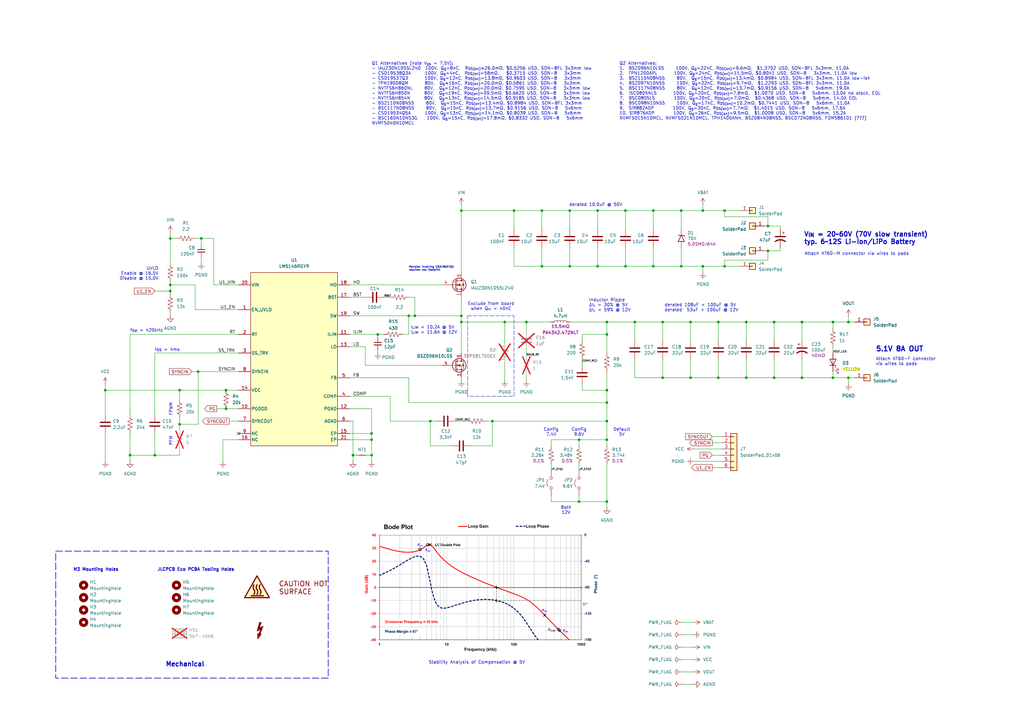
<source format=kicad_sch>
(kicad_sch (version 20250114) (generator "eeschema") (generator_version "9.0")
  (paper "A3")
  (title_block (title "Super Step Down P3A2") (date "2025-10-04") (rev "B") (company "UBCO Aerospace Club [Julian Joaquin]") (comment 1 "An independent prototype design for the Super Step Down V3"))
  (rectangle (start 22.86 226.06) (end 134.62 278.13) (stroke (width 0.254) (type dash)))
  (rectangle (start 191.77 129.54) (end 210.82 162.56) (stroke (width 0) (type dash)))
  (text "PFM" (at 70.104 180.848 90) (effects (font (size 1.27 1.27))))
  (text "V_{IN} = 20~60V (70V slow transient)\ntyp. 6~12S Li-Ion/LiPo Battery" (at 329.692 97.79 0) (effects (font (size 1.905 1.905) (thickness 0.381) (bold yes)) (justify left)))
  (text "Attach XT60-F connector\nvia wires to pads" (at 359.156 148.336 0) (effects (font (size 1.27 1.27)) (justify left)))
  (text "Default\n5V" (at 255.016 177.292 0) (effects (font (size 1.27 1.27))))
  (text "Revision involving CSD19537Q3\nrequires new footprint" (at 167.64 110.236 0) (effects (font (size 0.762 0.762)) (justify left)))
  (text "M3 Mounting Holes" (at 29.972 233.68 0) (effects (font (size 1.27 1.27) (thickness 0.254) (bold yes)) (justify left)))
  (text "I_{LIM} = 10.2A @ 5V\nI_{LIM} = 11.6A @ 12V" (at 168.402 135.382 0) (effects (font (size 1.27 1.27)) (justify left)))
  (text "Attach XT60-M connector via wires to pads" (at 329.946 104.14 0) (effects (font (size 1.27 1.27)) (justify left)))
  (text "Both\n12V" (at 232.156 209.296 0) (effects (font (size 1.27 1.27))))
  (text "Inductor Ripple\nΔI_{L} = 30% @ 5V\nΔI_{L} = 59% @ 12V" (at 241.554 125.222 0) (effects (font (size 1.27 1.27)) (justify left)))
  (text "CAUTION HOT\nSURFACE" (at 114.3 241.3 0) (effects (font (size 2.032 2.032) (thickness 0.254) (bold yes)) (justify left)))
  (text "derated 10.0uF @ 50V" (at 233.426 84.074 0) (effects (font (size 1.27 1.27) (thickness 0.1588)) (justify left)))
  (text "f_{SW} = 420kHz" (at 53.34 135.636 0) (effects (font (size 1.27 1.27)) (justify left)))
  (text "FPWM" (at 70.104 167.894 90) (effects (font (size 1.27 1.27))))
  (text "UVLO\nEnable @ 16.5V\nDisable @ 15.0V" (at 65.024 112.268 0) (effects (font (size 1.27 1.27)) (justify right)))
  (text "Exclude from board\nwhen Q_{rr} < 40nC" (at 201.422 125.73 0) (effects (font (size 1.27 1.27))))
  (text "Q2 Alternatives:\n1.  BSZ096N10LS5     100V, Q_{g}=22nC, R_{DS(on)}=9.6mΩ,  $1.3702 USD, SON-8FL 3x3mm, 11.0A\n2.  TPN1200APL       100V, Q_{g}=24nC, R_{DS(on)}=11.5mΩ, $0.8041 USD, SON-8   3x3mm, 11.0A low\n3.  BSZ110N08NS5     80V,  Q_{g}=15nC, R_{DS(on)}=13.4mΩ, $0.8984 USD, SON-8FL 3x3mm, 11.0A low-ish\n4.  BSZ097N10NS5     100V, Q_{g}=22nC, R_{DS(on)}=9.7mΩ,  $1.2293 USD, SON-8FL 3x3mm, 11.0A\n5.  BSC117N08NS5     80V,  Q_{g}=12nC, R_{DS(on)}=13.7mΩ, $0.9156 USD, SON-8   5x6mm, 19.0A\n6.  ISC0805NLS       100V, Q_{g}=20nC, R_{DS(on)}=7.8mΩ,  $1.0070 USD, SON-8   5x6mm, 13.0A no stock, EOL\n7.  BSC0805LS        100V, Q_{g}=20nC, R_{DS(on)}=7.0mΩ,  $0.4368 USD, SON-8   5x6mm, 14.0A EOL\n8.  BSC098N10NS5     100V, Q_{g}=17nC, R_{DS(on)}=10.2mΩ, $0.7441 USD, SON-8   5x6mm, 11.0A\n9.  SiR882ADP        100V, Q_{g}=30nC, R_{DS(on)}=7.7mΩ,  $1.4015 USD, SON-8   5x6mm, 17.6A\n10. SiR876ADP        100V, Q_{g}=26nC, R_{DS(on)}=9.5mΩ,  $1.0008 USD, SON-8   5x6mm, 15.2A\nNVMFS015N10MCL, NVMFS021N10MCL, TPH1400ANH, BSZ084N08NS5, BSC072N08NS5, FDMS86101 (???)" (at 254 25.4 0) (effects (font (size 1.27 1.27)) (justify left top)))
  (text "5.1V 8A OUT" (at 359.156 143.256 0) (effects (font (size 2.032 2.032) (thickness 0.4064) (bold yes)) (justify left)))
  (text "Config\n7.4V" (at 226.06 177.292 0) (effects (font (size 1.27 1.27))))
  (text "Config\n9.6V" (at 237.49 177.292 0) (effects (font (size 1.27 1.27))))
  (text "JLCPCB Eco PCBA Tooling Holes" (at 64.516 233.68 0) (effects (font (size 1.27 1.27) (thickness 0.254) (bold yes)) (justify left)))
  (text "Stability Analysis of Compensation @ 5V" (at 195.58 271.78 0) (effects (font (size 1.27 1.27))))
  (text "derated 108uF + 100uF @ 5V\nderated  53uF + 100uF @ 12V\n" (at 272.542 126.238 0) (effects (font (size 1.27 1.27)) (justify left)))
  (text "t_{SS} = 4ms" (at 63.5 143.51 0) (effects (font (size 1.27 1.27)) (justify left)))
  (text "Mechanical" (at 75.946 272.542 0) (effects (font (size 1.8796 1.8796) (thickness 0.3759) (bold yes))))
  (text "Q1 Alternatives (note V_{gs} = 7.5V):\n- IAUZ30N10S5L240  100V, Q_{g}=8nC,  R_{DS(on)}≈26.0mΩ, $0.5256 USD, SON-8FL 3x3mm low\n- CSD19538Q3A      100V, Q_{g}=4nC,  R_{DS(on)}=58mΩ,   $0.3715 USD, SON-8   3x3mm\n- CSD19537Q3       100V, Q_{g}=12nC, R_{DS(on)}=13.8mΩ, $0.9603 USD, SON-8   3x3mm\n- TPN19008QM       80V,  Q_{g}≈16nC, R_{DS(on)}=20.0mΩ, $0.5861 USD, SON-8   3x3mm\n- NVTFS6H860NL     80V,  Q_{g}=12nC, R_{DS(on)}=20.0mΩ, $0.7595 USD, SON-8   3x3mm low\n- NVTFS6H850N      80V,  Q_{g}=19nC, R_{DS(on)}=09.5mΩ, $0.6620 USD, SON-8   3x3mm low\n- NVTFS6H854N      80V,  Q_{g}=13nC, R_{DS(on)}=14.5mΩ, $0.9185 USD, SON-8   3x3mm low\n- BSZ110N08NS5     80V,  Q_{g}=15nC, R_{DS(on)}=13.4mΩ, $0.8984 USD, SON-8FL 3x3mm\n- BSC117N08NS5     80V,  Q_{g}=15nC, R_{DS(on)}=13.7mΩ, $0.9156 USD, SON-8   5x6mm\n- CSD19534Q5A      100V, Q_{g}=13nC, R_{DS(on)}=14.1mΩ, $0.8039 USD, SON-8   5x6mm\n- BSC160N10NS3G    100V, Q_{g}=15nC, R_{DS(on)}=17.8mΩ, $0.8332 USD, SON-8   5x6mm\nNVMFS040N10MCL\n" (at 152.4 25.4 0) (effects (font (size 1.27 1.27)) (justify left top)))
  (junction (at 92.71 160.02))
  (junction (at 152.4 177.8))
  (junction (at 283.21 132.08))
  (junction (at 328.93 132.08))
  (junction (at 297.18 109.22))
  (junction (at 341.63 154.94))
  (junction (at 248.92 180.34))
  (junction (at 288.29 109.22))
  (junction (at 201.93 172.72))
  (junction (at 81.28 152.4))
  (junction (at 154.94 137.16))
  (junction (at 245.11 109.22))
  (junction (at 189.23 132.08))
  (junction (at 152.4 180.34))
  (junction (at 152.4 186.69))
  (junction (at 69.85 116.84))
  (junction (at 144.78 186.69))
  (junction (at 222.25 109.22))
  (junction (at 317.5 132.08))
  (junction (at 297.18 86.36))
  (junction (at 271.78 132.08))
  (junction (at 328.93 154.94))
  (junction (at 256.54 86.36))
  (junction (at 279.4 86.36))
  (junction (at 271.78 154.94))
  (junction (at 43.18 160.02))
  (junction (at 69.85 119.38))
  (junction (at 170.18 129.54))
  (junction (at 248.92 160.02))
  (junction (at 233.68 109.22))
  (junction (at 73.66 173.99))
  (junction (at 176.53 172.72))
  (junction (at 347.98 132.08))
  (junction (at 248.92 137.16))
  (junction (at 245.11 86.36))
  (junction (at 267.97 86.36))
  (junction (at 207.01 132.08))
  (junction (at 237.49 205.74))
  (junction (at 189.23 86.36))
  (junction (at 267.97 109.22))
  (junction (at 294.64 154.94))
  (junction (at 317.5 154.94))
  (junction (at 314.96 102.87))
  (junction (at 248.92 205.74))
  (junction (at 189.23 129.54))
  (junction (at 237.49 180.34))
  (junction (at 233.68 86.36))
  (junction (at 73.66 160.02))
  (junction (at 288.29 86.36))
  (junction (at 63.5 186.69))
  (junction (at 294.64 132.08))
  (junction (at 306.07 154.94))
  (junction (at 347.98 154.94))
  (junction (at 306.07 132.08))
  (junction (at 248.92 172.72))
  (junction (at 279.4 109.22))
  (junction (at 215.9 132.08))
  (junction (at 92.71 167.64))
  (junction (at 283.21 154.94))
  (junction (at 167.64 129.54))
  (junction (at 314.96 92.71))
  (junction (at 53.34 186.69))
  (junction (at 82.55 97.79))
  (junction (at 222.25 86.36))
  (junction (at 248.92 165.1))
  (junction (at 248.92 132.08))
  (junction (at 69.85 97.79))
  (junction (at 260.35 132.08))
  (junction (at 210.82 86.36))
  (junction (at 256.54 109.22))
  (junction (at 341.63 132.08))
  (no_connect (at 97.79 177.8))
  (wire (pts (xy 248.92 205.74) (xy 237.49 205.74)))
  (wire (pts (xy 73.66 186.69) (xy 63.5 186.69)))
  (wire (pts (xy 69.85 97.79) (xy 72.39 97.79)))
  (wire (pts (xy 87.63 97.79) (xy 82.55 97.79)))
  (wire (pts (xy 189.23 86.36) (xy 210.82 86.36)))
  (wire (pts (xy 233.68 86.36) (xy 233.68 93.98)))
  (wire (pts (xy 160.02 162.56) (xy 160.02 172.72)))
  (wire (pts (xy 143.51 167.64) (xy 152.4 167.64)))
  (wire (pts (xy 152.4 186.69) (xy 152.4 189.23)))
  (wire (pts (xy 328.93 147.32) (xy 328.93 154.94)))
  (wire (pts (xy 189.23 132.08) (xy 189.23 144.78)))
  (wire (pts (xy 69.85 120.65) (xy 69.85 119.38)))
  (wire (pts (xy 297.18 86.36) (xy 303.53 86.36)))
  (wire (pts (xy 144.78 186.69) (xy 146.05 186.69)))
  (wire (pts (xy 237.49 180.34) (xy 248.92 180.34)))
  (wire (pts (xy 149.86 149.86) (xy 149.86 142.24)))
  (wire (pts (xy 237.49 205.74) (xy 226.06 205.74)))
  (wire (pts (xy 189.23 132.08) (xy 207.01 132.08)))
  (wire (pts (xy 53.34 186.69) (xy 53.34 189.23)))
  (wire (pts (xy 328.93 132.08) (xy 328.93 139.7)))
  (wire (pts (xy 306.07 154.94) (xy 317.5 154.94)))
  (wire (pts (xy 78.74 152.4) (xy 81.28 152.4)))
  (wire (pts (xy 63.5 186.69) (xy 53.34 186.69)))
  (wire (pts (xy 143.51 162.56) (xy 160.02 162.56)))
  (wire (pts (xy 69.85 97.79) (xy 69.85 107.95)))
  (wire (pts (xy 294.64 154.94) (xy 306.07 154.94)))
  (wire (pts (xy 97.79 116.84) (xy 87.63 116.84)))
  (wire (pts (xy 222.25 101.6) (xy 222.25 109.22)))
  (wire (pts (xy 297.18 106.68) (xy 297.18 109.22)))
  (wire (pts (xy 267.97 109.22) (xy 279.4 109.22)))
  (wire (pts (xy 320.04 92.71) (xy 314.96 92.71)))
  (wire (pts (xy 288.29 109.22) (xy 288.29 111.76)))
  (wire (pts (xy 167.64 121.92) (xy 170.18 121.92)))
  (wire (pts (xy 245.11 86.36) (xy 256.54 86.36)))
  (wire (pts (xy 143.51 129.54) (xy 167.64 129.54)))
  (wire (pts (xy 317.5 147.32) (xy 317.5 154.94)))
  (wire (pts (xy 306.07 132.08) (xy 317.5 132.08)))
  (wire (pts (xy 207.01 132.08) (xy 215.9 132.08)))
  (wire (pts (xy 222.25 109.22) (xy 210.82 109.22)))
  (wire (pts (xy 80.01 116.84) (xy 80.01 127)))
  (wire (pts (xy 347.98 129.54) (xy 347.98 132.08)))
  (wire (pts (xy 279.4 109.22) (xy 288.29 109.22)))
  (wire (pts (xy 87.63 116.84) (xy 87.63 97.79)))
  (wire (pts (xy 347.98 154.94) (xy 350.52 154.94)))
  (wire (pts (xy 149.86 142.24) (xy 143.51 142.24)))
  (wire (pts (xy 341.63 154.94) (xy 347.98 154.94)))
  (wire (pts (xy 152.4 177.8) (xy 152.4 180.34)))
  (wire (pts (xy 73.66 173.99) (xy 73.66 176.53)))
  (wire (pts (xy 271.78 132.08) (xy 283.21 132.08)))
  (wire (pts (xy 222.25 86.36) (xy 222.25 93.98)))
  (wire (pts (xy 284.48 184.15) (xy 295.91 184.15)))
  (wire (pts (xy 284.48 189.23) (xy 295.91 189.23)))
  (wire (pts (xy 88.9 167.64) (xy 92.71 167.64)))
  (wire (pts (xy 341.63 132.08) (xy 347.98 132.08)))
  (wire (pts (xy 222.25 86.36) (xy 210.82 86.36)))
  (wire (pts (xy 80.01 127) (xy 97.79 127)))
  (wire (pts (xy 215.9 153.67) (xy 215.9 156.21)))
  (wire (pts (xy 314.96 92.71) (xy 314.96 88.9)))
  (wire (pts (xy 306.07 147.32) (xy 306.07 154.94)))
  (wire (pts (xy 152.4 180.34) (xy 152.4 186.69)))
  (wire (pts (xy 306.07 132.08) (xy 306.07 139.7)))
  (wire (pts (xy 341.63 132.08) (xy 341.63 134.62)))
  (wire (pts (xy 314.96 106.68) (xy 297.18 106.68)))
  (wire (pts (xy 207.01 148.59) (xy 207.01 156.21)))
  (wire (pts (xy 341.63 152.4) (xy 341.63 154.94)))
  (wire (pts (xy 73.66 160.02) (xy 92.71 160.02)))
  (wire (pts (xy 237.49 190.5) (xy 237.49 193.04)))
  (wire (pts (xy 165.1 137.16) (xy 167.64 137.16)))
  (wire (pts (xy 248.92 190.5) (xy 248.92 205.74)))
  (wire (pts (xy 238.76 160.02) (xy 248.92 160.02)))
  (wire (pts (xy 154.94 137.16) (xy 154.94 138.43)))
  (wire (pts (xy 248.92 180.34) (xy 248.92 182.88)))
  (wire (pts (xy 260.35 132.08) (xy 260.35 139.7)))
  (wire (pts (xy 292.1 191.77) (xy 295.91 191.77)))
  (wire (pts (xy 256.54 109.22) (xy 267.97 109.22)))
  (wire (pts (xy 186.69 172.72) (xy 191.77 172.72)))
  (wire (pts (xy 199.39 172.72) (xy 201.93 172.72)))
  (wire (pts (xy 167.64 154.94) (xy 143.51 154.94)))
  (wire (pts (xy 201.93 172.72) (xy 201.93 182.88)))
  (wire (pts (xy 189.23 121.92) (xy 189.23 129.54)))
  (wire (pts (xy 245.11 109.22) (xy 256.54 109.22)))
  (wire (pts (xy 73.66 160.02) (xy 43.18 160.02)))
  (wire (pts (xy 63.5 119.38) (xy 69.85 119.38)))
  (wire (pts (xy 80.01 97.79) (xy 82.55 97.79)))
  (wire (pts (xy 248.92 160.02) (xy 248.92 152.4)))
  (wire (pts (xy 53.34 177.8) (xy 53.34 186.69)))
  (wire (pts (xy 73.66 171.45) (xy 73.66 173.99)))
  (wire (pts (xy 149.86 149.86) (xy 181.61 149.86)))
  (wire (pts (xy 237.49 180.34) (xy 237.49 182.88)))
  (wire (pts (xy 279.4 270.51) (xy 284.48 270.51)))
  (wire (pts (xy 347.98 154.94) (xy 347.98 157.48)))
  (wire (pts (xy 320.04 101.6) (xy 320.04 102.87)))
  (wire (pts (xy 201.93 172.72) (xy 248.92 172.72)))
  (wire (pts (xy 279.4 260.35) (xy 284.48 260.35)))
  (wire (pts (xy 143.51 172.72) (xy 144.78 172.72)))
  (wire (pts (xy 69.85 116.84) (xy 69.85 119.38)))
  (wire (pts (xy 279.4 275.59) (xy 284.48 275.59)))
  (wire (pts (xy 210.82 101.6) (xy 210.82 109.22)))
  (wire (pts (xy 328.93 132.08) (xy 341.63 132.08)))
  (wire (pts (xy 320.04 92.71) (xy 320.04 93.98)))
  (wire (pts (xy 226.06 203.2) (xy 226.06 205.74)))
  (wire (pts (xy 314.96 102.87) (xy 314.96 106.68)))
  (wire (pts (xy 294.64 132.08) (xy 306.07 132.08)))
  (wire (pts (xy 189.23 154.94) (xy 189.23 156.21)))
  (wire (pts (xy 81.28 152.4) (xy 97.79 152.4)))
  (wire (pts (xy 248.92 132.08) (xy 260.35 132.08)))
  (wire (pts (xy 189.23 129.54) (xy 189.23 132.08)))
  (wire (pts (xy 201.93 182.88) (xy 193.04 182.88)))
  (wire (pts (xy 176.53 182.88) (xy 176.53 172.72)))
  (wire (pts (xy 347.98 132.08) (xy 350.52 132.08)))
  (wire (pts (xy 317.5 154.94) (xy 328.93 154.94)))
  (wire (pts (xy 279.4 86.36) (xy 288.29 86.36)))
  (wire (pts (xy 271.78 154.94) (xy 283.21 154.94)))
  (wire (pts (xy 248.92 165.1) (xy 248.92 172.72)))
  (wire (pts (xy 210.82 86.36) (xy 210.82 93.98)))
  (wire (pts (xy 215.9 143.51) (xy 215.9 146.05)))
  (wire (pts (xy 154.94 143.51) (xy 154.94 144.78)))
  (wire (pts (xy 288.29 86.36) (xy 297.18 86.36)))
  (wire (pts (xy 81.28 152.4) (xy 81.28 173.99)))
  (wire (pts (xy 154.94 137.16) (xy 157.48 137.16)))
  (wire (pts (xy 248.92 172.72) (xy 248.92 180.34)))
  (wire (pts (xy 314.96 92.71) (xy 313.69 92.71)))
  (wire (pts (xy 226.06 182.88) (xy 226.06 180.34)))
  (wire (pts (xy 170.18 121.92) (xy 170.18 129.54)))
  (wire (pts (xy 81.28 173.99) (xy 73.66 173.99)))
  (wire (pts (xy 233.68 101.6) (xy 233.68 109.22)))
  (wire (pts (xy 215.9 132.08) (xy 226.06 132.08)))
  (wire (pts (xy 143.51 116.84) (xy 181.61 116.84)))
  (wire (pts (xy 292.1 186.69) (xy 295.91 186.69)))
  (wire (pts (xy 314.96 88.9) (xy 297.18 88.9)))
  (wire (pts (xy 260.35 147.32) (xy 260.35 154.94)))
  (wire (pts (xy 143.51 180.34) (xy 152.4 180.34)))
  (wire (pts (xy 226.06 180.34) (xy 237.49 180.34)))
  (wire (pts (xy 189.23 86.36) (xy 189.23 111.76)))
  (wire (pts (xy 248.92 137.16) (xy 248.92 132.08)))
  (wire (pts (xy 160.02 172.72) (xy 176.53 172.72)))
  (wire (pts (xy 256.54 86.36) (xy 267.97 86.36)))
  (wire (pts (xy 314.96 102.87) (xy 313.69 102.87)))
  (wire (pts (xy 328.93 154.94) (xy 341.63 154.94)))
  (wire (pts (xy 185.42 182.88) (xy 176.53 182.88)))
  (wire (pts (xy 53.34 137.16) (xy 53.34 170.18)))
  (wire (pts (xy 248.92 144.78) (xy 248.92 137.16)))
  (wire (pts (xy 283.21 132.08) (xy 283.21 139.7)))
  (wire (pts (xy 176.53 172.72) (xy 179.07 172.72)))
  (wire (pts (xy 63.5 144.78) (xy 97.79 144.78)))
  (wire (pts (xy 238.76 147.32) (xy 238.76 149.86)))
  (wire (pts (xy 189.23 83.82) (xy 189.23 86.36)))
  (wire (pts (xy 288.29 109.22) (xy 297.18 109.22)))
  (wire (pts (xy 170.18 129.54) (xy 189.23 129.54)))
  (wire (pts (xy 271.78 132.08) (xy 271.78 139.7)))
  (wire (pts (xy 69.85 95.25) (xy 69.85 97.79)))
  (wire (pts (xy 292.1 181.61) (xy 295.91 181.61)))
  (wire (pts (xy 279.4 86.36) (xy 279.4 93.98)))
  (wire (pts (xy 73.66 160.02) (xy 73.66 163.83)))
  (wire (pts (xy 167.64 129.54) (xy 170.18 129.54)))
  (wire (pts (xy 256.54 86.36) (xy 256.54 93.98)))
  (wire (pts (xy 248.92 205.74) (xy 248.92 208.28)))
  (wire (pts (xy 283.21 154.94) (xy 294.64 154.94)))
  (wire (pts (xy 63.5 177.8) (xy 63.5 186.69)))
  (wire (pts (xy 143.51 121.92) (xy 149.86 121.92)))
  (wire (pts (xy 144.78 186.69) (xy 144.78 189.23)))
  (wire (pts (xy 167.64 165.1) (xy 248.92 165.1)))
  (wire (pts (xy 238.76 157.48) (xy 238.76 160.02)))
  (wire (pts (xy 82.55 105.41) (xy 82.55 107.95)))
  (wire (pts (xy 294.64 132.08) (xy 294.64 139.7)))
  (wire (pts (xy 279.4 255.27) (xy 284.48 255.27)))
  (wire (pts (xy 92.71 167.64) (xy 97.79 167.64)))
  (wire (pts (xy 82.55 97.79) (xy 82.55 100.33)))
  (wire (pts (xy 237.49 203.2) (xy 237.49 205.74)))
  (wire (pts (xy 226.06 193.04) (xy 226.06 190.5)))
  (wire (pts (xy 233.68 86.36) (xy 222.25 86.36)))
  (wire (pts (xy 267.97 86.36) (xy 279.4 86.36)))
  (wire (pts (xy 53.34 137.16) (xy 97.79 137.16)))
  (wire (pts (xy 279.4 265.43) (xy 284.48 265.43)))
  (wire (pts (xy 292.1 179.07) (xy 295.91 179.07)))
  (wire (pts (xy 167.64 165.1) (xy 167.64 154.94)))
  (wire (pts (xy 283.21 132.08) (xy 294.64 132.08)))
  (wire (pts (xy 69.85 128.27) (xy 69.85 129.54)))
  (wire (pts (xy 245.11 86.36) (xy 233.68 86.36)))
  (wire (pts (xy 151.13 186.69) (xy 152.4 186.69)))
  (wire (pts (xy 245.11 101.6) (xy 245.11 109.22)))
  (wire (pts (xy 143.51 137.16) (xy 154.94 137.16)))
  (wire (pts (xy 267.97 93.98) (xy 267.97 86.36)))
  (wire (pts (xy 238.76 137.16) (xy 248.92 137.16)))
  (wire (pts (xy 320.04 102.87) (xy 314.96 102.87)))
  (wire (pts (xy 93.98 172.72) (xy 97.79 172.72)))
  (wire (pts (xy 91.44 180.34) (xy 97.79 180.34)))
  (wire (pts (xy 233.68 109.22) (xy 222.25 109.22)))
  (wire (pts (xy 245.11 86.36) (xy 245.11 93.98)))
  (wire (pts (xy 317.5 132.08) (xy 328.93 132.08)))
  (wire (pts (xy 69.85 116.84) (xy 80.01 116.84)))
  (wire (pts (xy 256.54 101.6) (xy 256.54 109.22)))
  (wire (pts (xy 238.76 139.7) (xy 238.76 137.16)))
  (wire (pts (xy 283.21 147.32) (xy 283.21 154.94)))
  (wire (pts (xy 152.4 167.64) (xy 152.4 177.8)))
  (wire (pts (xy 341.63 142.24) (xy 341.63 144.78)))
  (wire (pts (xy 245.11 109.22) (xy 233.68 109.22)))
  (wire (pts (xy 271.78 147.32) (xy 271.78 154.94)))
  (wire (pts (xy 294.64 147.32) (xy 294.64 154.94)))
  (wire (pts (xy 69.85 115.57) (xy 69.85 116.84)))
  (wire (pts (xy 43.18 177.8) (xy 43.18 189.23)))
  (wire (pts (xy 279.4 280.67) (xy 284.48 280.67)))
  (wire (pts (xy 207.01 132.08) (xy 207.01 140.97)))
  (wire (pts (xy 297.18 88.9) (xy 297.18 86.36)))
  (wire (pts (xy 91.44 180.34) (xy 91.44 189.23)))
  (wire (pts (xy 233.68 132.08) (xy 248.92 132.08)))
  (wire (pts (xy 288.29 83.82) (xy 288.29 86.36)))
  (wire (pts (xy 317.5 132.08) (xy 317.5 139.7)))
  (wire (pts (xy 248.92 160.02) (xy 248.92 165.1)))
  (wire (pts (xy 215.9 132.08) (xy 215.9 135.89)))
  (wire (pts (xy 267.97 101.6) (xy 267.97 109.22)))
  (wire (pts (xy 167.64 137.16) (xy 167.64 129.54)))
  (wire (pts (xy 43.18 157.48) (xy 43.18 160.02)))
  (wire (pts (xy 157.48 121.92) (xy 160.02 121.92)))
  (wire (pts (xy 260.35 132.08) (xy 271.78 132.08)))
  (wire (pts (xy 73.66 184.15) (xy 73.66 186.69)))
  (wire (pts (xy 63.5 144.78) (xy 63.5 170.18)))
  (wire (pts (xy 143.51 177.8) (xy 152.4 177.8)))
  (wire (pts (xy 297.18 109.22) (xy 303.53 109.22)))
  (wire (pts (xy 144.78 172.72) (xy 144.78 186.69)))
  (wire (pts (xy 43.18 160.02) (xy 43.18 170.18)))
  (wire (pts (xy 92.71 160.02) (xy 97.79 160.02)))
  (wire (pts (xy 260.35 154.94) (xy 271.78 154.94)))
  (wire (pts (xy 279.4 101.6) (xy 279.4 109.22)))
  (image (at 196.85 241.3) (scale 0.397692))
  (label "SYNCIN" (at 96.52 152.4 180))
  (label "SNUB_RC" (at 215.9 146.05 0) (effects (font (size 0.762 0.762))))
  (label "RBST" (at 157.48 121.92 0) (effects (font (size 0.762 0.762))))
  (label "RT" (at 96.52 137.16 180))
  (label "JP_CFG2" (at 237.49 193.04 0) (effects (font (size 0.762 0.762))))
  (label "COMP" (at 144.78 162.56 0))
  (label "HO" (at 144.78 116.84 0))
  (label "U1_EN" (at 96.52 127 180))
  (label "VOUT_LED" (at 341.63 144.78 0) (effects (font (size 0.762 0.762))))
  (label "COMP_RC1" (at 186.69 172.72 0) (effects (font (size 0.762 0.762))))
  (label "JP_CFG1" (at 226.06 193.04 0) (effects (font (size 0.762 0.762))))
  (label "SS_TRK" (at 96.52 144.78 180))
  (label "ILIM" (at 144.78 137.16 0))
  (label "BST" (at 144.78 121.92 0))
  (label "LO" (at 144.78 142.24 0))
  (label "SW" (at 144.78 129.54 0))
  (label "FB" (at 144.78 154.94 0))
  (label "U1_VIN" (at 96.52 116.84 180))
  (label "COMP_RC2" (at 238.76 148.59 0) (effects (font (size 0.762 0.762))))
  (global_label "PG" (shape output) (at 88.9 167.64 180) (property "Intersheetrefs" "${INTERSHEET_REFS}" (effects (hide yes))))
  (global_label "SYNCOUT" (shape input) (at 292.1 179.07 180) (property "Intersheetrefs" "${INTERSHEET_REFS}" (effects (hide yes))))
  (global_label "SYNCIN" (shape output) (at 292.1 181.61 180) (effects (font (thickness 0.1588))) (property "Intersheetrefs" "${INTERSHEET_REFS}" (effects (hide yes))))
  (global_label "PG" (shape input) (at 292.1 186.69 180) (property "Intersheetrefs" "${INTERSHEET_REFS}" (effects (hide yes))))
  (global_label "U1_EN" (shape input) (at 63.5 119.38 180) (property "Intersheetrefs" "${INTERSHEET_REFS}" (effects (hide yes))))
  (global_label "U1_EN" (shape output) (at 292.1 191.77 180) (property "Intersheetrefs" "${INTERSHEET_REFS}" (effects (hide yes))))
  (global_label "SYNCOUT" (shape output) (at 93.98 172.72 180) (property "Intersheetrefs" "${INTERSHEET_REFS}" (effects (hide yes))))
  (global_label "SYNCIN" (shape input) (at 78.74 152.4 180) (effects (font (thickness 0.1588))) (property "Intersheetrefs" "${INTERSHEET_REFS}" (effects (hide yes))))
  (symbol (lib_id "power:Earth") (at 189.23 156.21 0) (unit 1)
    (property "Reference" "#PWR012" (effects (hide yes)))
    (property "Value" "PGND" (at 189.23 160.782 0))
    (property "Description" "Power symbol creates a global label with name \"Earth\"" (effects (hide yes)))
  )
  (symbol (lib_id "Connector_Generic:Conn_01x01") (at 308.61 86.36 0) (unit 1) (in_bom no)
    (property "Reference" "J1" (at 311.15 85.09 0) (effects (justify left)))
    (property "Value" "SolderPad" (at 311.15 87.63 0) (effects (justify left)))
    (property "Footprint" "Connector_Wire:SolderWirePad_1x01_SMD_3x6mm" (effects (hide yes)))
    (property "Description" "Generic connector, single row, 01x01, script generated (kicad-library-utils/schlib/autogen/connector/)" (effects (hide yes)))
  )
  (symbol (lib_id "Mechanical:MountingHole") (at 34.29 240.03 0) (unit 1) (exclude_from_sim yes) (in_bom no)
    (property "Reference" "H1" (at 36.83 238.76 0) (effects (justify left)))
    (property "Value" "MountingHole" (at 36.83 241.3 0) (effects (justify left)))
    (property "Footprint" "MountingHole:MountingHole_3.2mm_M3_ISO7380" (effects (hide yes)))
    (property "Description" "Mounting Hole without connection" (effects (hide yes)))
  )
  (symbol (lib_id "Mechanical:MountingHole") (at 72.39 250.19 0) (unit 1) (exclude_from_sim yes) (in_bom no)
    (property "Reference" "H7" (at 74.93 248.92 0) (effects (justify left)))
    (property "Value" "MountingHole" (at 74.93 251.46 0) (effects (justify left)))
    (property "Footprint" "MountingHole:ToolingHole_1.152mm" (effects (hide yes)))
    (property "Description" "Mounting Hole without connection" (effects (hide yes)))
  )
  (symbol (lib_id "Connector_Generic:Conn_01x01") (at 355.6 132.08 0) (unit 1) (in_bom no)
    (property "Reference" "J5" (at 358.14 130.81 0) (effects (justify left)))
    (property "Value" "SolderPad" (at 358.14 133.35 0) (effects (justify left)))
    (property "Footprint" "Connector_Wire:SolderWirePad_1x01_SMD_3x6mm" (effects (hide yes)))
    (property "Description" "Generic connector, single row, 01x01, script generated (kicad-library-utils/schlib/autogen/connector/)" (effects (hide yes)))
  )
  (symbol (lib_id "power:PWR_FLAG") (at 279.4 280.67 90) (unit 1)
    (property "Reference" "#FLG06" (effects (hide yes)))
    (property "Value" "PWR_FLAG" (at 275.59 280.67 90) (effects (justify left)))
    (property "Description" "Special symbol for telling ERC where power comes from" (effects (hide yes)))
  )
  (symbol (lib_id "power:GND") (at 144.78 189.23 0) (unit 1)
    (property "Reference" "#PWR08" (effects (hide yes)))
    (property "Value" "AGND" (at 144.78 194.31 0))
    (property "Description" "Power symbol creates a global label with name \"GND\" , ground" (effects (hide yes)))
  )
  (symbol (lib_id "Connector_Generic:Conn_01x01") (at 308.61 109.22 0) (unit 1) (in_bom no)
    (property "Reference" "J4" (at 311.15 107.95 0) (effects (justify left)))
    (property "Value" "SolderPad" (at 311.15 110.49 0) (effects (justify left)))
    (property "Footprint" "Connector_Wire:SolderWirePad_1x01_SMD_3x6mm" (effects (hide yes)))
    (property "Description" "Generic connector, single row, 01x01, script generated (kicad-library-utils/schlib/autogen/connector/)" (effects (hide yes)))
  )
  (symbol (lib_id "Device:C") (at 267.97 97.79 0) (mirror y) (unit 1)
    (property "Reference" "C6" (at 264.16 96.52 0) (effects (justify left)))
    (property "Value" "10uF" (at 264.16 99.06 0) (effects (justify left)))
    (property "Footprint" "Capacitor_SMD:C_1210_3225Metric" (effects (hide yes)))
    (property "Description" "GRM32EC72A106KE05L" (effects (hide yes)))
    (property "LCSC PN" "C576517" (effects (hide yes)))
    (property "Part Type" "Extended" (effects (hide yes)))
    (property "FT Rotation Offset" "0" (effects (hide yes)))
    (property "ESR" "2mΩ" (effects (hide yes)))
    (property "MANUFACTURER" "Murata Electronics" (effects (hide yes)))
    (property "Voltage" "100V" (effects (hide yes)))
    (property "Tolerance" "10%" (effects (hide yes)))
  )
  (symbol (lib_id "Device:C") (at 260.35 143.51 0) (unit 1)
    (property "Reference" "C17" (at 264.16 142.24 0) (effects (justify left)))
    (property "Value" "22uF" (at 264.16 144.78 0) (effects (justify left)))
    (property "Footprint" "Capacitor_SMD:C_1210_3225Metric" (effects (hide yes)))
    (property "Datasheet" "https://product.samsungsem.com/mlcc/CL32A226KAJNNN.do" (effects (hide yes)))
    (property "Description" "CL32A226KAJNNNE" (effects (hide yes)))
    (property "LCSC PN" "C52306" (effects (hide yes)))
    (property "Part Type" "Extended" (effects (hide yes)))
    (property "FT Rotation Offset" "0" (effects (hide yes)))
    (property "ESR" "2.5mΩ" (effects (hide yes)))
    (property "MANUFACTURER" "Panasonic" (effects (hide yes)))
    (property "Voltage" "25V" (effects (hide yes)))
    (property "Tolerance" "10%" (effects (hide yes)))
  )
  (symbol (lib_id "Device:C") (at 215.9 139.7 0) (unit 1) (in_bom no) (dnp yes)
    (property "Reference" "C16" (at 219.71 138.43 0) (effects (justify left)))
    (property "Value" "1uF" (at 219.71 140.97 0) (effects (justify left)))
    (property "Footprint" "Capacitor_SMD:C_0603_1608Metric_Pad1.08x0.95mm_HandSolder" (effects (hide yes)))
    (property "Description" "Unpolarized capacitor" (effects (hide yes)))
  )
  (symbol (lib_id "power:Earth") (at 284.48 189.23 270) (unit 1)
    (property "Reference" "#PWR023" (effects (hide yes)))
    (property "Value" "PGND" (at 280.67 189.23 90) (effects (justify right)))
    (property "Description" "Power symbol creates a global label with name \"Earth\"" (effects (hide yes)))
  )
  (symbol (lib_id "Mechanical:MountingHole") (at 72.39 245.11 0) (unit 1) (exclude_from_sim yes) (in_bom no)
    (property "Reference" "H6" (at 74.93 243.84 0) (effects (justify left)))
    (property "Value" "MountingHole" (at 74.93 246.38 0) (effects (justify left)))
    (property "Footprint" "MountingHole:ToolingHole_1.152mm" (effects (hide yes)))
    (property "Description" "Mounting Hole without connection" (effects (hide yes)))
  )
  (symbol (lib_id "Device:R_US") (at 73.66 167.64 0) (unit 1)
    (property "Reference" "R5" (at 76.2 166.37 0) (effects (justify left)))
    (property "Value" "20k" (at 76.2 168.91 0) (effects (justify left)))
    (property "Footprint" "Resistor_SMD:R_0603_1608Metric" (effects (hide yes)))
    (property "Description" "0603WAF2002T5E" (effects (hide yes)))
    (property "LCSC PN" "C4184" (effects (hide yes)))
    (property "Part Type" "Basic" (effects (hide yes)))
    (property "FT Rotation Offset" "0" (effects (hide yes)))
    (property "MANUFACTURER" "UNI-ROYAL" (effects (hide yes)))
    (property "Power" "0.1W" (effects (hide yes)))
    (property "Voltage" "75V" (effects (hide yes)))
    (property "Tolerance" "1%" (effects (hide yes)))
  )
  (symbol (lib_id "Device:R_US") (at 248.92 186.69 0) (mirror y) (unit 1)
    (property "Reference" "R13" (at 250.952 184.404 0) (effects (justify right)))
    (property "Value" "3.74k" (at 250.952 186.69 0) (effects (justify right)))
    (property "Footprint" "Resistor_SMD:R_0603_1608Metric" (effects (hide yes)))
    (property "Datasheet" "https://www.yageogroup.com/products/Resistors/part/RT0603BRE073K74L" (effects (hide yes)))
    (property "Description" "RT0603BRE073K74L" (effects (hide yes)))
    (property "LCSC PN" "C849741" (effects (hide yes)))
    (property "Part Type" "Extended" (effects (hide yes)))
    (property "FT Rotation Offset" "0" (effects (hide yes)))
    (property "Tolerance" "0.1%" (at 250.952 188.976 0) (effects (justify right)))
    (property "MANUFACTURER" "YAGEO" (effects (hide yes)))
    (property "Power" "0.1W" (effects (hide yes)))
    (property "Voltage" "75V" (effects (hide yes)))
  )
  (symbol (lib_id "Device:C_Polarized_US") (at 328.93 143.51 0) (unit 1)
    (property "Reference" "C23" (at 332.74 141.224 0) (effects (justify left)))
    (property "Value" "100uF" (at 332.74 143.51 0) (effects (justify left)))
    (property "Footprint" "Capacitor_Tantalum_SMD:CP_EIA-7343-20_Kemet-V_HandSolder" (effects (hide yes)))
    (property "Datasheet" "https://search.kemet.com/download/specsheet/T521D107M025ATE040" (effects (hide yes)))
    (property "Description" "T521D107M025ATE040" (effects (hide yes)))
    (property "ESR" "40mΩ" (at 332.74 145.796 0) (effects (justify left)))
    (property "FT Rotation Offset" "0" (effects (hide yes)))
    (property "LCSC PN" "C139578" (effects (hide yes)))
    (property "Part Type" "Extended" (effects (hide yes)))
    (property "Tolerance" "20%" (effects (hide yes)))
    (property "Voltage" "25V" (effects (hide yes)))
    (property "MANUFACTURER" "KEMET" (effects (hide yes)))
  )
  (symbol (lib_id "power:VDDA") (at 284.48 265.43 270) (unit 1)
    (property "Reference" "#PWR018" (effects (hide yes)))
    (property "Value" "VIN" (at 288.29 265.43 90) (effects (justify left)))
    (property "Description" "Power symbol creates a global label with name \"VDDA\"" (effects (hide yes)))
  )
  (symbol (lib_id "LM5146RGYR:LM5146RGYR") (at 97.79 116.84 0) (unit 1)
    (property "Reference" "U1" (at 120.65 106.68 0))
    (property "Value" "LM5146RGYR" (at 120.65 109.22 0))
    (property "Footprint" "LM5146RGYR:RGY0020B-MFG" (effects (hide yes)))
    (property "Datasheet" "https://www.ti.com/lit/gpn/lm5146" (effects (hide yes)))
    (property "Description" "LM5146RGYR" (effects (hide yes)))
    (property "LCSC PN" "C3188679" (effects (hide yes)))
    (property "Part Type" "Extended" (effects (hide yes)))
    (property "FT Rotation Offset" "0" (effects (hide yes)))
    (property "MANUFACTURER" "Texas Instruments" (effects (hide yes)))
    (property "Voltage" "100V" (effects (hide yes)))
  )
  (symbol (lib_id "power:VCC") (at 284.48 184.15 90) (unit 1)
    (property "Reference" "#PWR022" (effects (hide yes)))
    (property "Value" "VCC" (at 280.67 184.15 90) (effects (justify left)))
    (property "Description" "Power symbol creates a global label with name \"VCC\"" (effects (hide yes)))
  )
  (symbol (lib_id "Device:C") (at 256.54 97.79 0) (unit 1)
    (property "Reference" "C5" (at 252.73 96.52 0) (effects (justify right)))
    (property "Value" "10uF" (at 252.73 99.06 0) (effects (justify right)))
    (property "Footprint" "Capacitor_SMD:C_1210_3225Metric" (effects (hide yes)))
    (property "Description" "GRM32EC72A106KE05L" (effects (hide yes)))
    (property "LCSC PN" "C576517" (effects (hide yes)))
    (property "Part Type" "Extended" (effects (hide yes)))
    (property "FT Rotation Offset" "0" (effects (hide yes)))
    (property "ESR" "2mΩ" (effects (hide yes)))
    (property "MANUFACTURER" "Murata Electronics" (effects (hide yes)))
    (property "Voltage" "100V" (effects (hide yes)))
    (property "Tolerance" "10%" (effects (hide yes)))
  )
  (symbol (lib_id "Device:C") (at 245.11 97.79 0) (unit 1)
    (property "Reference" "C4" (at 241.3 96.52 0) (effects (justify right)))
    (property "Value" "10uF" (at 241.3 99.06 0) (effects (justify right)))
    (property "Footprint" "Capacitor_SMD:C_1210_3225Metric" (effects (hide yes)))
    (property "Description" "GRM32EC72A106KE05L" (effects (hide yes)))
    (property "LCSC PN" "C576517" (effects (hide yes)))
    (property "Part Type" "Extended" (effects (hide yes)))
    (property "FT Rotation Offset" "0" (effects (hide yes)))
    (property "ESR" "2mΩ" (effects (hide yes)))
    (property "MANUFACTURER" "Murata Electronics" (effects (hide yes)))
    (property "Voltage" "100V" (effects (hide yes)))
    (property "Tolerance" "10%" (effects (hide yes)))
  )
  (symbol (lib_id "power:VDD") (at 347.98 129.54 0) (unit 1)
    (property "Reference" "#PWR026" (effects (hide yes)))
    (property "Value" "VOUT" (at 347.98 124.46 0))
    (property "Description" "Power symbol creates a global label with name \"VDD\"" (effects (hide yes)))
  )
  (symbol (lib_id "power:GND") (at 248.92 208.28 0) (unit 1)
    (property "Reference" "#PWR015" (effects (hide yes)))
    (property "Value" "AGND" (at 248.92 213.36 0))
    (property "Description" "Power symbol creates a global label with name \"GND\" , ground" (effects (hide yes)))
  )
  (symbol (lib_id "power:Earth") (at 215.9 156.21 0) (mirror y) (unit 1)
    (property "Reference" "#PWR014" (effects (hide yes)))
    (property "Value" "PGND" (at 215.9 160.782 0))
    (property "Description" "Power symbol creates a global label with name \"Earth\"" (effects (hide yes)))
  )
  (symbol (lib_id "power:Earth") (at 284.48 260.35 90) (unit 1)
    (property "Reference" "#PWR017" (effects (hide yes)))
    (property "Value" "PGND" (at 288.29 260.35 90) (effects (justify right)))
    (property "Description" "Power symbol creates a global label with name \"Earth\"" (effects (hide yes)))
  )
  (symbol (lib_id "Mechanical:MountingHole") (at 34.29 245.11 0) (unit 1) (exclude_from_sim yes) (in_bom no)
    (property "Reference" "H2" (at 36.83 243.84 0) (effects (justify left)))
    (property "Value" "MountingHole" (at 36.83 246.38 0) (effects (justify left)))
    (property "Footprint" "MountingHole:MountingHole_3.2mm_M3_ISO7380" (effects (hide yes)))
    (property "Description" "Mounting Hole without connection" (effects (hide yes)))
  )
  (symbol (lib_id "Jumper:Jumper_2_Open") (at 226.06 198.12 90) (unit 1) (exclude_from_sim yes) (in_bom no)
    (property "Reference" "JP1" (at 223.52 196.85 90) (effects (justify left)))
    (property "Value" "7.4V" (at 223.52 199.39 90) (effects (justify left)))
    (property "Footprint" "Jumper:SolderJumper-2_P1.3mm_Open_TrianglePad1.0x1.5mm" (effects (hide yes)))
    (property "Description" "Jumper, 2-pole, open" (effects (hide yes)))
  )
  (symbol (lib_id "Mechanical:MountingHole") (at 34.29 255.27 0) (unit 1) (exclude_from_sim yes) (in_bom no)
    (property "Reference" "H4" (at 36.83 254 0) (effects (justify left)))
    (property "Value" "MountingHole" (at 36.83 256.54 0) (effects (justify left)))
    (property "Footprint" "MountingHole:MountingHole_3.2mm_M3_ISO7380" (effects (hide yes)))
    (property "Description" "Mounting Hole without connection" (effects (hide yes)))
  )
  (symbol (lib_id "Device:C") (at 182.88 172.72 90) (mirror x) (unit 1)
    (property "Reference" "C12" (at 182.88 176.784 90))
    (property "Value" "3.3nF" (at 182.88 179.324 90))
    (property "Footprint" "Capacitor_SMD:C_0603_1608Metric" (effects (hide yes)))
    (property "Description" "CL10B332KB8NNNC" (effects (hide yes)))
    (property "LCSC PN" "C1613" (effects (hide yes)))
    (property "Part Type" "Basic" (effects (hide yes)))
    (property "FT Rotation Offset" "0" (effects (hide yes)))
    (property "MANUFACTURER" "Panasonic" (effects (hide yes)))
    (property "Voltage" "50V" (effects (hide yes)))
    (property "Tolerance" "10%" (effects (hide yes)))
  )
  (symbol (lib_id "Device:R_US") (at 161.29 137.16 270) (unit 1)
    (property "Reference" "R15" (at 161.29 131.826 90))
    (property "Value" "430" (at 161.29 134.62 90))
    (property "Footprint" "Resistor_SMD:R_0603_1608Metric" (effects (hide yes)))
    (property "Description" "0603WAF4300T5E" (effects (hide yes)))
    (property "LCSC PN" "C23170" (effects (hide yes)))
    (property "Part Type" "Preferred Extended" (effects (hide yes)))
    (property "FT Rotation Offset" "0" (effects (hide yes)))
    (property "MANUFACTURER" "UNI-ROYAL" (effects (hide yes)))
    (property "Power" "0.1W" (effects (hide yes)))
    (property "Voltage" "75V" (effects (hide yes)))
    (property "Tolerance" "1%" (effects (hide yes)))
  )
  (symbol (lib_id "power:VDD") (at 288.29 83.82 0) (mirror y) (unit 1)
    (property "Reference" "#PWR024" (effects (hide yes)))
    (property "Value" "VBAT" (at 288.29 78.994 0))
    (property "Description" "Power symbol creates a global label with name \"VDD\"" (effects (hide yes)))
  )
  (symbol (lib_id "Device:R_US") (at 76.2 97.79 90) (unit 1)
    (property "Reference" "R1" (at 76.2 91.44 90))
    (property "Value" "2.2" (at 76.2 93.98 90))
    (property "Footprint" "Resistor_SMD:R_0603_1608Metric" (effects (hide yes)))
    (property "Description" "0603WAF220KT5E" (effects (hide yes)))
    (property "LCSC PN" "C22939" (effects (hide yes)))
    (property "Part Type" "Basic" (effects (hide yes)))
    (property "FT Rotation Offset" "0" (effects (hide yes)))
    (property "MANUFACTURER" "UNI-ROYAL" (effects (hide yes)))
    (property "Power" "0.1W" (effects (hide yes)))
    (property "Voltage" "75V" (effects (hide yes)))
    (property "Tolerance" "1%" (effects (hide yes)))
  )
  (symbol (lib_id "Device:R_US") (at 69.85 124.46 0) (unit 1)
    (property "Reference" "R3" (at 72.39 123.19 0) (effects (justify left)))
    (property "Value" "12k" (at 72.39 125.73 0) (effects (justify left)))
    (property "Footprint" "Resistor_SMD:R_0603_1608Metric" (effects (hide yes)))
    (property "Description" "0603WAF1202T5E" (effects (hide yes)))
    (property "FT Rotation Offset" "0" (effects (hide yes)))
    (property "LCSC PN" "C22790" (effects (hide yes)))
    (property "Part Type" "Basic" (effects (hide yes)))
    (property "MANUFACTURER" "UNI-ROYAL" (effects (hide yes)))
    (property "Power" "0.1W" (effects (hide yes)))
    (property "Tolerance" "1%" (effects (hide yes)))
    (property "Voltage" "75V" (effects (hide yes)))
  )
  (symbol (lib_id "power:PWR_FLAG") (at 279.4 255.27 90) (unit 1)
    (property "Reference" "#FLG01" (effects (hide yes)))
    (property "Value" "PWR_FLAG" (at 275.59 255.27 90) (effects (justify left)))
    (property "Description" "Special symbol for telling ERC where power comes from" (effects (hide yes)))
  )
  (symbol (lib_id "Mechanical:MountingHole") (at 34.29 250.19 0) (unit 1) (exclude_from_sim yes) (in_bom no)
    (property "Reference" "H3" (at 36.83 248.92 0) (effects (justify left)))
    (property "Value" "MountingHole" (at 36.83 251.46 0) (effects (justify left)))
    (property "Footprint" "MountingHole:MountingHole_3.2mm_M3_ISO7380" (effects (hide yes)))
    (property "Description" "Mounting Hole without connection" (effects (hide yes)))
  )
  (symbol (lib_id "Mechanical:Heatsink") (at 73.66 261.62 0) (unit 1) (exclude_from_sim yes) (in_bom no) (on_board no) (dnp yes)
    (property "Reference" "HS1" (at 77.47 258.445 0) (effects (justify left)))
    (property "Value" "567-45AB" (at 77.47 260.985 0) (effects (justify left)))
    (property "Description" "567-45AB" (effects (hide yes)))
    (property "MANUFACTURER" "Wakefield-Vette" (effects (hide yes)))
  )
  (symbol (lib_id "power:VDD") (at 69.85 95.25 0) (unit 1)
    (property "Reference" "#PWR04" (effects (hide yes)))
    (property "Value" "VIN" (at 69.85 90.17 0))
    (property "Description" "Power symbol creates a global label with name \"VDD\"" (effects (hide yes)))
  )
  (symbol (lib_id "Device:C") (at 210.82 97.79 0) (mirror y) (unit 1)
    (property "Reference" "C1" (at 207.01 96.52 0) (effects (justify left)))
    (property "Value" "100nF" (at 207.01 99.06 0) (effects (justify left)))
    (property "Footprint" "Capacitor_SMD:C_0603_1608Metric" (effects (hide yes)))
    (property "Datasheet" "https://www.yageogroup.com/products/Capacitors/part/CC0603KRX7R0BB104" (effects (hide yes)))
    (property "Description" "CC0603KRX7R0BB104" (effects (hide yes)))
    (property "LCSC PN" "C113803" (effects (hide yes)))
    (property "Part Type" "Extended" (effects (hide yes)))
    (property "FT Rotation Offset" "0" (effects (hide yes)))
    (property "MANUFACTURER" "YAGEO" (effects (hide yes)))
    (property "Voltage" "100V" (effects (hide yes)))
    (property "Tolerance" "10%" (effects (hide yes)))
  )
  (symbol (lib_id "power:VCC") (at 284.48 270.51 270) (unit 1)
    (property "Reference" "#PWR019" (effects (hide yes)))
    (property "Value" "VCC" (at 288.29 270.51 90) (effects (justify left)))
    (property "Description" "Power symbol creates a global label with name \"VCC\"" (effects (hide yes)))
  )
  (symbol (lib_id "Device:C_Small") (at 154.94 140.97 0) (unit 1)
    (property "Reference" "C15" (at 157.48 139.7063 0) (effects (justify left)))
    (property "Value" "12pF" (at 157.48 142.2463 0) (effects (justify left)))
    (property "Footprint" "Capacitor_SMD:C_0603_1608Metric" (effects (hide yes)))
    (property "Description" "CC0603JRNPO0BN120" (effects (hide yes)))
    (property "LCSC PN" "C576801" (effects (hide yes)))
    (property "Part Type" "Extended" (effects (hide yes)))
    (property "FT Rotation Offset" "0" (effects (hide yes)))
    (property "MANUFACTURER" "YAGEO" (effects (hide yes)))
    (property "Voltage" "100V" (effects (hide yes)))
    (property "Tolerance" "5%" (effects (hide yes)))
  )
  (symbol (lib_id "Device:R_US") (at 163.83 121.92 90) (unit 1)
    (property "Reference" "R14" (at 163.83 118.872 90))
    (property "Value" "2.2" (at 163.83 125.984 90))
    (property "Footprint" "Resistor_SMD:R_0603_1608Metric" (effects (hide yes)))
    (property "Description" "0603WAF220KT5E" (effects (hide yes)))
    (property "LCSC PN" "C22939" (effects (hide yes)))
    (property "Part Type" "Basic" (effects (hide yes)))
    (property "FT Rotation Offset" "0" (effects (hide yes)))
    (property "MANUFACTURER" "UNI-ROYAL" (effects (hide yes)))
    (property "Power" "0.1W" (effects (hide yes)))
    (property "Voltage" "75V" (effects (hide yes)))
    (property "Tolerance" "1%" (effects (hide yes)))
  )
  (symbol (lib_id "Device:C_Polarized_US") (at 320.04 97.79 0) (mirror y) (unit 1) (on_board no)
    (property "Reference" "C7" (at 316.23 95.885 0) (effects (justify left)))
    (property "Value" "47uF" (at 316.23 98.425 0) (effects (justify left)))
    (property "Description" "Polarized capacitor, US symbol" (effects (hide yes)))
  )
  (symbol (lib_id "power:PWR_FLAG") (at 279.4 260.35 90) (unit 1)
    (property "Reference" "#FLG02" (effects (hide yes)))
    (property "Value" "PWR_FLAG" (at 275.59 260.35 90) (effects (justify left)))
    (property "Description" "Special symbol for telling ERC where power comes from" (effects (hide yes)))
  )
  (symbol (lib_id "Device:L") (at 229.87 132.08 90) (unit 1)
    (property "Reference" "L1" (at 229.87 127 90))
    (property "Value" "4.7uH" (at 229.87 129.54 90))
    (property "Footprint" "PA4342-472NLT:IND_PA4342_PUL-M" (effects (hide yes)))
    (property "Datasheet" "https://productfinder2.pulseelectronics.com/part/pa4342.472nlt" (effects (hide yes)))
    (property "Description" "PA4342.472NLT" (at 229.87 136.398 90))
    (property "LCSC PN" "C6949325" (effects (hide yes)))
    (property "Part Type" "Extended" (effects (hide yes)))
    (property "FT Rotation Offset" "0" (effects (hide yes)))
    (property "LCSC ALT1" "C2041319" (effects (hide yes)))
    (property "PART ALT1" "SRP1038A-4R7M" (effects (hide yes)))
    (property "ESR" "15.5mΩ" (at 229.87 133.858 90))
    (property "MANUFACTURER" "Pulse Electronics" (effects (hide yes)))
    (property "Tolerance" "20%" (effects (hide yes)))
  )
  (symbol (lib_id "Device:R_US") (at 215.9 149.86 0) (unit 1) (in_bom no) (dnp yes)
    (property "Reference" "R16" (at 218.44 148.59 0) (effects (justify left)))
    (property "Value" "1" (at 218.44 151.13 0) (effects (justify left)))
    (property "Footprint" "Resistor_SMD:R_1210_3225Metric_Pad1.30x2.65mm_HandSolder" (effects (hide yes)))
    (property "Description" "Resistor, US symbol" (effects (hide yes)))
  )
  (symbol (lib_id "power:Earth") (at 82.55 107.95 0) (unit 1)
    (property "Reference" "#PWR06" (effects (hide yes)))
    (property "Value" "PGND" (at 82.55 112.776 0))
    (property "Description" "Power symbol creates a global label with name \"Earth\"" (effects (hide yes)))
  )
  (symbol (lib_id "Device:R_US") (at 73.66 180.34 0) (unit 1) (in_bom no) (dnp yes)
    (property "Reference" "R7" (at 76.2 179.07 0) (effects (justify left)))
    (property "Value" "0" (at 76.2 181.61 0) (effects (justify left)))
    (property "Footprint" "Resistor_SMD:R_0603_1608Metric" (effects (hide yes)))
    (property "Description" "Resistor, US symbol" (effects (hide yes)))
  )
  (symbol (lib_id "Device:C") (at 63.5 173.99 0) (unit 1)
    (property "Reference" "C10" (at 66.548 172.72 0) (effects (justify left)))
    (property "Value" "47nF" (at 66.548 175.26 0) (effects (justify left)))
    (property "Footprint" "Capacitor_SMD:C_0603_1608Metric" (effects (hide yes)))
    (property "Description" "CL10B473KB8NNNC" (effects (hide yes)))
    (property "LCSC PN" "C1622" (effects (hide yes)))
    (property "Part Type" "Basic" (effects (hide yes)))
    (property "FT Rotation Offset" "0" (effects (hide yes)))
    (property "MANUFACTURER" "Panasonic" (effects (hide yes)))
    (property "Voltage" "50V" (effects (hide yes)))
    (property "Tolerance" "10%" (effects (hide yes)))
  )
  (symbol (lib_id "power:Earth") (at 91.44 189.23 0) (unit 1)
    (property "Reference" "#PWR07" (effects (hide yes)))
    (property "Value" "PGND" (at 91.44 194.31 0))
    (property "Description" "Power symbol creates a global label with name \"Earth\"" (effects (hide yes)))
  )
  (symbol (lib_id "power:Earth") (at 152.4 189.23 0) (unit 1)
    (property "Reference" "#PWR09" (effects (hide yes)))
    (property "Value" "PGND" (at 152.4 194.31 0))
    (property "Description" "Power symbol creates a global label with name \"Earth\"" (effects (hide yes)))
  )
  (symbol (lib_id "power:GND") (at 69.85 129.54 0) (unit 1)
    (property "Reference" "#PWR05" (effects (hide yes)))
    (property "Value" "AGND" (at 69.85 134.62 0))
    (property "Description" "Power symbol creates a global label with name \"GND\" , ground" (effects (hide yes)))
  )
  (symbol (lib_id "Device:R_US") (at 341.63 138.43 0) (unit 1)
    (property "Reference" "R17" (at 344.17 137.16 0) (effects (justify left)))
    (property "Value" "1k" (at 344.17 139.7 0) (effects (justify left)))
    (property "Footprint" "Resistor_SMD:R_0805_2012Metric" (effects (hide yes)))
    (property "Description" "0805W8F1001T5E" (effects (hide yes)))
    (property "LCSC PN" "C17513" (effects (hide yes)))
    (property "Part Type" "Basic" (effects (hide yes)))
    (property "FT Rotation Offset" "0" (effects (hide yes)))
    (property "MANUFACTURER" "UNI-ROYAL" (effects (hide yes)))
    (property "Power" "0.125W" (effects (hide yes)))
    (property "Voltage" "150V" (effects (hide yes)))
    (property "Tolerance" "1%" (effects (hide yes)))
  )
  (symbol (lib_id "Device:R_US") (at 248.92 148.59 0) (unit 1)
    (property "Reference" "R9" (at 251.46 147.32 0) (effects (justify left)))
    (property "Value" "20k" (at 251.46 149.86 0) (effects (justify left)))
    (property "Footprint" "Resistor_SMD:R_0603_1608Metric" (effects (hide yes)))
    (property "Description" "0603WAF2002T5E" (effects (hide yes)))
    (property "LCSC PN" "C4184" (effects (hide yes)))
    (property "Part Type" "Basic" (effects (hide yes)))
    (property "FT Rotation Offset" "0" (effects (hide yes)))
    (property "MANUFACTURER" "UNI-ROYAL" (effects (hide yes)))
    (property "Power" "0.1W" (effects (hide yes)))
    (property "Voltage" "75V" (effects (hide yes)))
    (property "Tolerance" "1%" (effects (hide yes)))
  )
  (symbol (lib_id "power:GND") (at 284.48 280.67 90) (unit 1)
    (property "Reference" "#PWR021" (effects (hide yes)))
    (property "Value" "AGND" (at 288.29 280.67 90) (effects (justify right)))
    (property "Description" "Power symbol creates a global label with name \"GND\" , ground" (effects (hide yes)))
  )
  (symbol (lib_id "Device:C") (at 306.07 143.51 0) (unit 1)
    (property "Reference" "C21" (at 309.88 142.24 0) (effects (justify left)))
    (property "Value" "22uF" (at 309.88 144.78 0) (effects (justify left)))
    (property "Footprint" "Capacitor_SMD:C_1210_3225Metric" (effects (hide yes)))
    (property "Datasheet" "https://product.samsungsem.com/mlcc/CL32A226KAJNNN.do" (effects (hide yes)))
    (property "Description" "CL32A226KAJNNNE" (effects (hide yes)))
    (property "LCSC PN" "C52306" (effects (hide yes)))
    (property "Part Type" "Basic" (effects (hide yes)))
    (property "FT Rotation Offset" "0" (effects (hide yes)))
    (property "ESR" "3.4mΩ" (effects (hide yes)))
    (property "MANUFACTURER" "Panasonic" (effects (hide yes)))
    (property "Voltage" "25V" (effects (hide yes)))
    (property "Tolerance" "10%" (effects (hide yes)))
  )
  (symbol (lib_id "power:Earth") (at 207.01 156.21 0) (mirror y) (unit 1)
    (property "Reference" "#PWR013" (effects (hide yes)))
    (property "Value" "PGND" (at 207.01 160.782 0))
    (property "Description" "Power symbol creates a global label with name \"Earth\"" (effects (hide yes)))
  )
  (symbol (lib_id "Connector_Generic:Conn_01x01") (at 308.61 102.87 0) (mirror y) (unit 1) (in_bom no)
    (property "Reference" "J3" (at 306.07 101.6 0) (effects (justify left)))
    (property "Value" "SolderPad" (at 306.07 104.14 0) (effects (justify left)))
    (property "Footprint" "Connector_Wire:SolderWirePad_1x01_SMD_1.5x3mm" (effects (hide yes)))
    (property "Description" "Generic connector, single row, 01x01, script generated (kicad-library-utils/schlib/autogen/connector/)" (effects (hide yes)))
  )
  (symbol (lib_id "power:PWR_FLAG") (at 279.4 270.51 90) (unit 1)
    (property "Reference" "#FLG04" (effects (hide yes)))
    (property "Value" "PWR_FLAG" (at 275.59 270.51 90) (effects (justify left)))
    (property "Description" "Special symbol for telling ERC where power comes from" (effects (hide yes)))
  )
  (symbol (lib_id "power:VDDA") (at 284.48 255.27 270) (unit 1)
    (property "Reference" "#PWR016" (effects (hide yes)))
    (property "Value" "VBAT" (at 288.29 255.27 90) (effects (justify left)))
    (property "Description" "Power symbol creates a global label with name \"VDDA\"" (effects (hide yes)))
  )
  (symbol (lib_id "Device:R_US") (at 237.49 186.69 0) (mirror y) (unit 1)
    (property "Reference" "R12" (at 234.95 184.404 0) (effects (justify left)))
    (property "Value" "3.48k" (at 234.95 186.69 0) (effects (justify left)))
    (property "Footprint" "Resistor_SMD:R_0603_1608Metric" (effects (hide yes)))
    (property "Description" "0603WAD3481T5E" (effects (hide yes)))
    (property "LCSC PN" "C423043" (effects (hide yes)))
    (property "Part Type" "Extended" (effects (hide yes)))
    (property "FT Rotation Offset" "0" (effects (hide yes)))
    (property "MANUFACTURER" "UNI-ROYAL" (effects (hide yes)))
    (property "Power" "0.1W" (effects (hide yes)))
    (property "Voltage" "50V" (effects (hide yes)))
    (property "Tolerance" "0.5%" (at 234.95 188.976 0) (effects (justify left)))
  )
  (symbol (lib_id "power:Earth") (at 43.18 189.23 0) (unit 1)
    (property "Reference" "#PWR02" (effects (hide yes)))
    (property "Value" "PGND" (at 43.18 194.31 0))
    (property "Description" "Power symbol creates a global label with name \"Earth\"" (effects (hide yes)))
  )
  (symbol (lib_id "Device:C_Small") (at 82.55 102.87 0) (unit 1)
    (property "Reference" "C8" (at 80.01 101.6063 0) (effects (justify right)))
    (property "Value" "100nF" (at 80.01 104.1463 0) (effects (justify right)))
    (property "Footprint" "Capacitor_SMD:C_0603_1608Metric" (effects (hide yes)))
    (property "Datasheet" "https://www.yageogroup.com/products/Capacitors/part/CC0603KRX7R0BB104" (effects (hide yes)))
    (property "Description" "CC0603KRX7R0BB104" (effects (hide yes)))
    (property "LCSC PN" "C113803" (effects (hide yes)))
    (property "Part Type" "Extended" (effects (hide yes)))
    (property "FT Rotation Offset" "0" (effects (hide yes)))
    (property "MANUFACTURER" "YAGEO" (effects (hide yes)))
    (property "Voltage" "100V" (effects (hide yes)))
    (property "Tolerance" "10%" (effects (hide yes)))
  )
  (symbol (lib_id "Device:R_US") (at 69.85 111.76 0) (unit 1)
    (property "Reference" "R2" (at 72.39 110.49 0) (effects (justify left)))
    (property "Value" "150k" (at 72.39 113.03 0) (effects (justify left)))
    (property "Footprint" "Resistor_SMD:R_0603_1608Metric" (effects (hide yes)))
    (property "Description" "0603WAF1503T5E" (effects (hide yes)))
    (property "FT Rotation Offset" "0" (effects (hide yes)))
    (property "LCSC PN" "C22807" (effects (hide yes)))
    (property "Part Type" "Basic" (effects (hide yes)))
    (property "MANUFACTURER" "UNI-ROYAL" (effects (hide yes)))
    (property "Power" "0.1W" (effects (hide yes)))
    (property "Tolerance" "1%" (effects (hide yes)))
    (property "Voltage" "75V" (effects (hide yes)))
  )
  (symbol (lib_id "Graphic:SYM_Flash_Small") (at 106.68 259.08 0) (unit 1) (exclude_from_sim yes) (in_bom no) (on_board no)
    (property "Reference" "#SYM2" (effects (hide yes)))
    (property "Value" "SYM_Flash_Small" (effects (hide yes)))
    (property "Footprint" "Symbol:Symbol_HighVoltage_NoTriangle_2x5mm_Copper" (effects (hide yes)))
    (property "Description" "Flash symbol, small" (effects (hide yes)))
  )
  (symbol (lib_id "power:GND") (at 53.34 189.23 0) (unit 1)
    (property "Reference" "#PWR03" (effects (hide yes)))
    (property "Value" "AGND" (at 53.34 194.31 0))
    (property "Description" "Power symbol creates a global label with name \"GND\" , ground" (effects (hide yes)))
  )
  (symbol (lib_id "Mechanical:MountingHole") (at 72.39 240.03 0) (unit 1) (exclude_from_sim yes) (in_bom no)
    (property "Reference" "H5" (at 74.93 238.76 0) (effects (justify left)))
    (property "Value" "MountingHole" (at 74.93 241.3 0) (effects (justify left)))
    (property "Footprint" "MountingHole:ToolingHole_1.152mm" (effects (hide yes)))
    (property "Description" "Mounting Hole without connection" (effects (hide yes)))
  )
  (symbol (lib_id "Device:LED") (at 341.63 148.59 90) (unit 1)
    (property "Reference" "D3" (at 345.44 148.9075 90) (effects (justify right)))
    (property "Value" "YELLOW" (at 345.44 151.4475 90) (effects (font (thickness 0.254) (bold yes)) (justify right)))
    (property "Footprint" "LED_SMD:LED_0805_2012Metric" (effects (hide yes)))
    (property "Description" "KT-0805Y" (effects (hide yes)))
    (property "Sim.Pins" "1=K 2=A" (effects (hide yes)))
    (property "FT Rotation Offset" "0" (effects (hide yes)))
    (property "LCSC PN" "C2296" (effects (hide yes)))
    (property "Part Type" "Basic" (effects (hide yes)))
    (property "MANUFACTURER" "Hubei KENTO Electronics" (effects (hide yes)))
  )
  (symbol (lib_id "power:Earth") (at 347.98 157.48 0) (unit 1)
    (property "Reference" "#PWR027" (effects (hide yes)))
    (property "Value" "PGND" (at 347.98 162.306 0))
    (property "Description" "Power symbol creates a global label with name \"Earth\"" (effects (hide yes)))
  )
  (symbol (lib_id "Device:C") (at 153.67 121.92 270) (unit 1)
    (property "Reference" "C14" (at 153.67 118.364 90))
    (property "Value" "100nF" (at 153.67 125.984 90))
    (property "Footprint" "Capacitor_SMD:C_0603_1608Metric" (effects (hide yes)))
    (property "Datasheet" "https://www.yageogroup.com/products/Capacitors/part/CC0603KRX7R0BB104" (effects (hide yes)))
    (property "Description" "CC0603KRX7R0BB104" (effects (hide yes)))
    (property "LCSC PN" "C113803" (effects (hide yes)))
    (property "Part Type" "Extended" (effects (hide yes)))
    (property "FT Rotation Offset" "0" (effects (hide yes)))
    (property "MANUFACTURER" "YAGEO" (effects (hide yes)))
    (property "Voltage" "100V" (effects (hide yes)))
    (property "Tolerance" "10%" (effects (hide yes)))
  )
  (symbol (lib_id "power:PWR_FLAG") (at 279.4 275.59 90) (unit 1)
    (property "Reference" "#FLG05" (effects (hide yes)))
    (property "Value" "PWR_FLAG" (at 275.59 275.59 90) (effects (justify left)))
    (property "Description" "Special symbol for telling ERC where power comes from" (effects (hide yes)))
  )
  (symbol (lib_id "Jumper:Jumper_2_Open") (at 237.49 198.12 90) (unit 1) (exclude_from_sim yes) (in_bom no)
    (property "Reference" "JP2" (at 234.95 196.85 90) (effects (justify left)))
    (property "Value" "9.6V" (at 234.95 199.39 90) (effects (justify left)))
    (property "Footprint" "Jumper:SolderJumper-2_P1.3mm_Open_TrianglePad1.0x1.5mm" (effects (hide yes)))
    (property "Description" "Jumper, 2-pole, open" (effects (hide yes)))
  )
  (symbol (lib_id "power:VCC") (at 43.18 157.48 0) (unit 1)
    (property "Reference" "#PWR01" (effects (hide yes)))
    (property "Value" "VCC" (at 43.18 152.4 0))
    (property "Description" "Power symbol creates a global label with name \"VCC\"" (effects (hide yes)))
  )
  (symbol (lib_id "Device:C") (at 222.25 97.79 0) (unit 1)
    (property "Reference" "C2" (at 218.44 96.52 0) (effects (justify right)))
    (property "Value" "10uF" (at 218.44 99.06 0) (effects (justify right)))
    (property "Footprint" "Capacitor_SMD:C_1210_3225Metric" (effects (hide yes)))
    (property "Description" "GRM32EC72A106KE05L" (effects (hide yes)))
    (property "LCSC PN" "C576517" (effects (hide yes)))
    (property "Part Type" "Extended" (effects (hide yes)))
    (property "FT Rotation Offset" "0" (effects (hide yes)))
    (property "ESR" "2mΩ" (effects (hide yes)))
    (property "MANUFACTURER" "Murata Electronics" (effects (hide yes)))
    (property "Voltage" "100V" (effects (hide yes)))
    (property "Tolerance" "10%" (effects (hide yes)))
  )
  (symbol (lib_id "BSZ097N10LS5:CSD19534Q5A") (at 186.69 116.84 0) (unit 1)
    (property "Reference" "Q1" (at 193.04 115.57 0) (effects (justify left)))
    (property "Value" "IAUZ30N10S5L240" (at 193.04 118.11 0) (effects (justify left)))
    (property "Footprint" "TSDSON-8:PG-TSDSON-8-26_TV" (effects (hide yes)))
    (property "Datasheet" "https://www.infineon.com/part/IAUZ30N10S5L240" (effects (hide yes)))
    (property "Description" "IAUZ30N10S5L240" (effects (hide yes)))
    (property "FT Rotation Offset" "0" (effects (hide yes)))
    (property "LCSC PN" "C535732" (effects (hide yes)))
    (property "Part Type" "Extended" (effects (hide yes)))
    (property "ESR" "26.0mΩ" (effects (hide yes)))
    (property "Voltage" "100V" (effects (hide yes)))
    (property "MANUFACTURER" "Infineon Technologies" (effects (hide yes)))
    (property "LCSC ALT1" "C478469" (effects (hide yes)))
    (property "PART ALT1" "CSD19537Q3" (effects (hide yes)))
  )
  (symbol (lib_id "Device:C") (at 271.78 143.51 0) (unit 1)
    (property "Reference" "C18" (at 275.59 142.24 0) (effects (justify left)))
    (property "Value" "22uF" (at 275.59 144.78 0) (effects (justify left)))
    (property "Footprint" "Capacitor_SMD:C_1210_3225Metric" (effects (hide yes)))
    (property "Datasheet" "https://product.samsungsem.com/mlcc/CL32A226KAJNNN.do" (effects (hide yes)))
    (property "Description" "CL32A226KAJNNNE" (effects (hide yes)))
    (property "LCSC PN" "C52306" (effects (hide yes)))
    (property "Part Type" "Basic" (effects (hide yes)))
    (property "FT Rotation Offset" "0" (effects (hide yes)))
    (property "ESR" "3.4mΩ" (effects (hide yes)))
    (property "MANUFACTURER" "Panasonic" (effects (hide yes)))
    (property "Voltage" "25V" (effects (hide yes)))
    (property "Tolerance" "10%" (effects (hide yes)))
  )
  (symbol (lib_id "power:VDD") (at 189.23 83.82 0) (mirror y) (unit 1)
    (property "Reference" "#PWR011" (effects (hide yes)))
    (property "Value" "VIN" (at 189.23 78.994 0))
    (property "Description" "Power symbol creates a global label with name \"VDD\"" (effects (hide yes)))
  )
  (symbol (lib_id "Device:C") (at 283.21 143.51 0) (unit 1)
    (property "Reference" "C19" (at 287.02 142.24 0) (effects (justify left)))
    (property "Value" "22uF" (at 287.02 144.78 0) (effects (justify left)))
    (property "Footprint" "Capacitor_SMD:C_1210_3225Metric" (effects (hide yes)))
    (property "Datasheet" "https://product.samsungsem.com/mlcc/CL32A226KAJNNN.do" (effects (hide yes)))
    (property "Description" "CL32A226KAJNNNE" (effects (hide yes)))
    (property "LCSC PN" "C52306" (effects (hide yes)))
    (property "Part Type" "Basic" (effects (hide yes)))
    (property "FT Rotation Offset" "0" (effects (hide yes)))
    (property "ESR" "3.4mΩ" (effects (hide yes)))
    (property "MANUFACTURER" "Panasonic" (effects (hide yes)))
    (property "Voltage" "25V" (effects (hide yes)))
    (property "Tolerance" "10%" (effects (hide yes)))
  )
  (symbol (lib_id "Device:C") (at 233.68 97.79 0) (unit 1)
    (property "Reference" "C3" (at 229.87 96.52 0) (effects (justify right)))
    (property "Value" "10uF" (at 229.87 99.06 0) (effects (justify right)))
    (property "Footprint" "Capacitor_SMD:C_1210_3225Metric" (effects (hide yes)))
    (property "Description" "GRM32EC72A106KE05L" (effects (hide yes)))
    (property "LCSC PN" "C576517" (effects (hide yes)))
    (property "Part Type" "Extended" (effects (hide yes)))
    (property "FT Rotation Offset" "0" (effects (hide yes)))
    (property "ESR" "2mΩ" (effects (hide yes)))
    (property "MANUFACTURER" "Murata Electronics" (effects (hide yes)))
    (property "Voltage" "100V" (effects (hide yes)))
    (property "Tolerance" "10%" (effects (hide yes)))
  )
  (symbol (lib_id "power:PWR_FLAG") (at 279.4 265.43 90) (unit 1)
    (property "Reference" "#FLG03" (effects (hide yes)))
    (property "Value" "PWR_FLAG" (at 275.59 265.43 90) (effects (justify left)))
    (property "Description" "Special symbol for telling ERC where power comes from" (effects (hide yes)))
  )
  (symbol (lib_id "Device:C") (at 317.5 143.51 0) (unit 1)
    (property "Reference" "C22" (at 321.31 142.24 0) (effects (justify left)))
    (property "Value" "22uF" (at 321.31 144.78 0) (effects (justify left)))
    (property "Footprint" "Capacitor_SMD:C_1210_3225Metric" (effects (hide yes)))
    (property "Datasheet" "https://product.samsungsem.com/mlcc/CL32A226KAJNNN.do" (effects (hide yes)))
    (property "Description" "CL32A226KAJNNNE" (effects (hide yes)))
    (property "LCSC PN" "C52306" (effects (hide yes)))
    (property "Part Type" "Basic" (effects (hide yes)))
    (property "FT Rotation Offset" "0" (effects (hide yes)))
    (property "ESR" "3.4mΩ" (effects (hide yes)))
    (property "MANUFACTURER" "Panasonic" (effects (hide yes)))
    (property "Voltage" "25V" (effects (hide yes)))
    (property "Tolerance" "10%" (effects (hide yes)))
  )
  (symbol (lib_id "Device:C") (at 294.64 143.51 0) (unit 1)
    (property "Reference" "C20" (at 298.45 142.24 0) (effects (justify left)))
    (property "Value" "22uF" (at 298.45 144.78 0) (effects (justify left)))
    (property "Footprint" "Capacitor_SMD:C_1210_3225Metric" (effects (hide yes)))
    (property "Datasheet" "https://product.samsungsem.com/mlcc/CL32A226KAJNNN.do" (effects (hide yes)))
    (property "Description" "CL32A226KAJNNNE" (effects (hide yes)))
    (property "LCSC PN" "C52306" (effects (hide yes)))
    (property "Part Type" "Basic" (effects (hide yes)))
    (property "FT Rotation Offset" "0" (effects (hide yes)))
    (property "ESR" "3.4mΩ" (effects (hide yes)))
    (property "MANUFACTURER" "Panasonic" (effects (hide yes)))
    (property "Voltage" "25V" (effects (hide yes)))
    (property "Tolerance" "10%" (effects (hide yes)))
  )
  (symbol (lib_id "power:VDD") (at 284.48 275.59 270) (unit 1)
    (property "Reference" "#PWR020" (effects (hide yes)))
    (property "Value" "VOUT" (at 288.29 275.59 90) (effects (justify left)))
    (property "Description" "Power symbol creates a global label with name \"VDD\"" (effects (hide yes)))
  )
  (symbol (lib_id "Device:C") (at 43.18 173.99 0) (unit 1)
    (property "Reference" "C9" (at 46.228 172.72 0) (effects (justify left)))
    (property "Value" "2.2uF" (at 46.228 175.26 0) (effects (justify left)))
    (property "Footprint" "Capacitor_SMD:C_0805_2012Metric" (effects (hide yes)))
    (property "Description" "CL21A225KBQNNNE" (effects (hide yes)))
    (property "LCSC PN" "C377773" (effects (hide yes)))
    (property "Part Type" "Basic" (effects (hide yes)))
    (property "FT Rotation Offset" "0" (effects (hide yes)))
    (property "MANUFACTURER" "Panasonic" (effects (hide yes)))
    (property "Voltage" "50V" (effects (hide yes)))
    (property "Tolerance" "10%" (effects (hide yes)))
  )
  (symbol (lib_id "Device:R_US") (at 53.34 173.99 0) (unit 1)
    (property "Reference" "R6" (at 55.88 172.72 0) (effects (justify left)))
    (property "Value" "24k" (at 55.88 175.26 0) (effects (justify left)))
    (property "Footprint" "Resistor_SMD:R_0603_1608Metric" (effects (hide yes)))
    (property "Description" "0603WAF2402T5E" (effects (hide yes)))
    (property "LCSC PN" "C23352" (effects (hide yes)))
    (property "Part Type" "Basic" (effects (hide yes)))
    (property "FT Rotation Offset" "0" (effects (hide yes)))
    (property "MANUFACTURER" "UNI-ROYAL" (effects (hide yes)))
    (property "Power" "0.1W" (effects (hide yes)))
    (property "Voltage" "75V" (effects (hide yes)))
    (property "Tolerance" "1%" (effects (hide yes)))
  )
  (symbol (lib_id "power:Earth") (at 154.94 144.78 0) (mirror y) (unit 1)
    (property "Reference" "#PWR010" (effects (hide yes)))
    (property "Value" "PGND" (at 159.258 146.558 0))
    (property "Description" "Power symbol creates a global label with name \"Earth\"" (effects (hide yes)))
  )
  (symbol (lib_id "Device:C") (at 238.76 153.67 0) (unit 1)
    (property "Reference" "C11" (at 235.458 152.4 0) (effects (justify right)))
    (property "Value" "1.5nF" (at 235.458 154.94 0) (effects (justify right)))
    (property "Footprint" "Capacitor_SMD:C_0603_1608Metric" (effects (hide yes)))
    (property "Description" "0603B152K500NT" (effects (hide yes)))
    (property "LCSC PN" "C1595" (effects (hide yes)))
    (property "Part Type" "Preferred Extended" (effects (hide yes)))
    (property "FT Rotation Offset" "0" (effects (hide yes)))
    (property "MANUFACTURER" "Guangdong Fenghua" (effects (hide yes)))
    (property "Voltage" "50V" (effects (hide yes)))
    (property "Tolerance" "10%" (effects (hide yes)))
  )
  (symbol (lib_id "Device:D_Schottky_AAK") (at 207.01 144.78 90) (mirror x) (unit 1) (in_bom no) (on_board no) (dnp yes)
    (property "Reference" "D2" (at 203.454 143.51 90) (effects (justify left)))
    (property "Value" "STPS8170DEE" (at 203.454 146.05 90) (effects (justify left)))
    (property "Footprint" "TSDSON-8:PG-TSDSON-8-26" (effects (hide yes)))
    (property "Description" "STPS8170DEE" (effects (hide yes)))
    (property "FT Rotation Offset" "0" (effects (hide yes)))
    (property "LCSC PN" "C2960999" (effects (hide yes)))
    (property "MANUFACTURER" "STMicroelectronics" (effects (hide yes)))
    (property "Voltage" "170V" (effects (hide yes)))
  )
  (symbol (lib_id "Device:R_US") (at 195.58 172.72 270) (mirror x) (unit 1)
    (property "Reference" "R10" (at 195.58 176.784 90))
    (property "Value" "12k" (at 195.58 179.324 90))
    (property "Footprint" "Resistor_SMD:R_0603_1608Metric" (effects (hide yes)))
    (property "Description" "0603WAF1202T5E" (effects (hide yes)))
    (property "LCSC PN" "C22790" (effects (hide yes)))
    (property "Part Type" "Basic" (effects (hide yes)))
    (property "FT Rotation Offset" "0" (effects (hide yes)))
    (property "MANUFACTURER" "UNI-ROYAL" (effects (hide yes)))
    (property "Power" "0.1W" (effects (hide yes)))
    (property "Voltage" "75V" (effects (hide yes)))
    (property "Tolerance" "1%" (effects (hide yes)))
  )
  (symbol (lib_id "Graphic:SYM_Hot_Large") (at 105.41 240.03 0) (unit 1) (exclude_from_sim yes) (in_bom no) (on_board no)
    (property "Reference" "#SYM1" (effects (hide yes)))
    (property "Value" "SYM_Hot_Large" (effects (hide yes)))
    (property "Description" "Hot surface warning symbol, large" (effects (hide yes)))
  )
  (symbol (lib_id "Device:NetTie_2") (at 148.59 186.69 0) (unit 1) (in_bom no)
    (property "Reference" "NT1" (at 148.59 184.404 0))
    (property "Value" "NetTie_2" (effects (hide yes)))
    (property "Footprint" "NetTie:NetTie-2_SMD_Pad0.5mm" (effects (hide yes)))
    (property "Description" "Net tie, 2 pins" (effects (hide yes)))
  )
  (symbol (lib_id "power:Earth") (at 288.29 111.76 0) (mirror y) (unit 1)
    (property "Reference" "#PWR025" (effects (hide yes)))
    (property "Value" "PGND" (at 288.29 116.586 0))
    (property "Description" "Power symbol creates a global label with name \"Earth\"" (effects (hide yes)))
  )
  (symbol (lib_id "Connector_Generic:Conn_01x06") (at 300.99 184.15 0) (unit 1) (in_bom no)
    (property "Reference" "J7" (at 303.53 184.15 0) (effects (justify left)))
    (property "Value" "SolderPad_01x06" (at 303.53 186.69 0) (effects (justify left)))
    (property "Footprint" "Connector_Custom:SolderWirePad_1x06_SMD_1.5x2mm" (effects (hide yes)))
    (property "Description" "Generic connector, single row, 01x06, script generated (kicad-library-utils/schlib/autogen/connector/)" (effects (hide yes)))
  )
  (symbol (lib_id "Device:R_US") (at 226.06 186.69 0) (mirror y) (unit 1)
    (property "Reference" "R11" (at 223.266 184.404 0) (effects (justify left)))
    (property "Value" "2.26k" (at 223.266 186.69 0) (effects (justify left)))
    (property "Footprint" "Resistor_SMD:R_0603_1608Metric" (effects (hide yes)))
    (property "Description" "RT0603BRD076K81L" (effects (hide yes)))
    (property "LCSC PN" "C861538" (effects (hide yes)))
    (property "Part Type" "Extended" (effects (hide yes)))
    (property "FT Rotation Offset" "0" (effects (hide yes)))
    (property "MANUFACTURER" "YAGEO" (effects (hide yes)))
    (property "Power" "0.1W" (effects (hide yes)))
    (property "Voltage" "50V" (effects (hide yes)))
    (property "Tolerance" "0.1%" (at 223.266 188.976 0) (effects (justify left)))
  )
  (symbol (lib_id "Device:R_US") (at 238.76 143.51 0) (mirror y) (unit 1)
    (property "Reference" "R8" (at 236.22 142.24 0) (effects (justify left)))
    (property "Value" "220" (at 236.22 144.78 0) (effects (justify left)))
    (property "Footprint" "Resistor_SMD:R_0603_1608Metric" (effects (hide yes)))
    (property "Description" "0603WAF2200T5E" (effects (hide yes)))
    (property "LCSC PN" "C22962" (effects (hide yes)))
    (property "Part Type" "Basic" (effects (hide yes)))
    (property "FT Rotation Offset" "0" (effects (hide yes)))
    (property "MANUFACTURER" "UNI-ROYAL" (effects (hide yes)))
    (property "Power" "0.1W" (effects (hide yes)))
    (property "Voltage" "75V" (effects (hide yes)))
    (property "Tolerance" "1%" (effects (hide yes)))
  )
  (symbol (lib_id "Connector_Generic:Conn_01x01") (at 308.61 92.71 0) (mirror y) (unit 1) (in_bom no)
    (property "Reference" "J2" (at 306.07 91.44 0) (effects (justify left)))
    (property "Value" "SolderPad" (at 306.07 93.98 0) (effects (justify left)))
    (property "Footprint" "Connector_Wire:SolderWirePad_1x01_SMD_1.5x3mm" (effects (hide yes)))
    (property "Description" "Generic connector, single row, 01x01, script generated (kicad-library-utils/schlib/autogen/connector/)" (effects (hide yes)))
  )
  (symbol (lib_id "Device:C") (at 189.23 182.88 270) (mirror x) (unit 1)
    (property "Reference" "C13" (at 189.23 187.198 90))
    (property "Value" "47pF" (at 189.23 189.738 90))
    (property "Footprint" "Capacitor_SMD:C_0603_1608Metric" (effects (hide yes)))
    (property "Description" "CL10C470JB8NNNC" (effects (hide yes)))
    (property "LCSC PN" "C1671" (effects (hide yes)))
    (property "Part Type" "Basic" (effects (hide yes)))
    (property "FT Rotation Offset" "0" (effects (hide yes)))
    (property "MANUFACTURER" "Panasonic" (effects (hide yes)))
    (property "Voltage" "50V" (effects (hide yes)))
    (property "Tolerance" "5%" (effects (hide yes)))
  )
  (symbol (lib_id "Connector_Generic:Conn_01x01") (at 355.6 154.94 0) (unit 1) (in_bom no)
    (property "Reference" "J6" (at 358.14 153.67 0) (effects (justify left)))
    (property "Value" "SolderPad" (at 358.14 156.21 0) (effects (justify left)))
    (property "Footprint" "Connector_Wire:SolderWirePad_1x01_SMD_3x6mm" (effects (hide yes)))
    (property "Description" "Generic connector, single row, 01x01, script generated (kicad-library-utils/schlib/autogen/connector/)" (effects (hide yes)))
  )
  (symbol (lib_id "Device:R_US") (at 92.71 163.83 0) (unit 1)
    (property "Reference" "R4" (at 95.25 162.56 0) (effects (justify left)))
    (property "Value" "20k" (at 95.25 165.1 0) (effects (justify left)))
    (property "Footprint" "Resistor_SMD:R_0603_1608Metric" (effects (hide yes)))
    (property "Description" "0603WAF2002T5E" (effects (hide yes)))
    (property "LCSC PN" "C4184" (effects (hide yes)))
    (property "Part Type" "Basic" (effects (hide yes)))
    (property "FT Rotation Offset" "0" (effects (hide yes)))
    (property "MANUFACTURER" "UNI-ROYAL" (effects (hide yes)))
    (property "Power" "0.1W" (effects (hide yes)))
    (property "Voltage" "75V" (effects (hide yes)))
    (property "Tolerance" "1%" (effects (hide yes)))
  )
  (symbol (lib_id "Diode:1.5SMCxxA") (at 279.4 97.79 270) (unit 1)
    (property "Reference" "D1" (at 281.94 95.504 90) (effects (justify left)))
    (property "Value" "70V" (at 281.94 97.79 90) (effects (justify left)))
    (property "Footprint" "Diode_SMD:D_SMC" (effects (hide yes)))
    (property "Datasheet" "https://jlcpcb.com/api/file/downloadByFileSystemAccessId/8564879186138451968" (effects (hide yes)))
    (property "Description" "5.0SMDJ64A" (at 281.94 100.076 90) (effects (justify left)))
    (property "FT Rotation Offset" "0" (effects (hide yes)))
    (property "LCSC PN" "C42394454" (effects (hide yes)))
    (property "Part Type" "Extended" (effects (hide yes)))
    (property "Voltage" "103V" (effects (hide yes)))
    (property "MANUFACTURER" "Zhuhai Hongjiacheng" (effects (hide yes)))
    (property "Power" "3000W" (effects (hide yes)))
  )
  (symbol (lib_id "BSZ097N10LS5:BSC098N10NS5") (at 186.69 149.86 0) (unit 1)
    (property "Reference" "Q2" (at 185.674 143.51 0) (effects (justify right)))
    (property "Value" "BSZ096N10LS5" (at 185.674 146.05 0) (effects (justify right)))
    (property "Footprint" "TSDSON-8:PG-TSDSON-8-26" (effects (hide yes)))
    (property "Datasheet" "https://www.infineon.com/part/BSZ096N10LS5" (effects (hide yes)))
    (property "Description" "BSZ096N10LS5" (effects (hide yes)))
    (property "FT Rotation Offset" "0" (effects (hide yes)))
    (property "LCSC PN" "C534695" (effects (hide yes)))
    (property "Part Type" "Extended" (effects (hide yes)))
    (property "ESR" "9.6mΩ" (effects (hide yes)))
    (property "Voltage" "100V" (effects (hide yes)))
    (property "MANUFACTURER" "Infineon Technologies" (effects (hide yes)))
    (property "LCSC ALT1" "C534697" (effects (hide yes)))
    (property "PART ALT1" "BSZ097N10NS5" (effects (hide yes)))
  )
)
</source>
